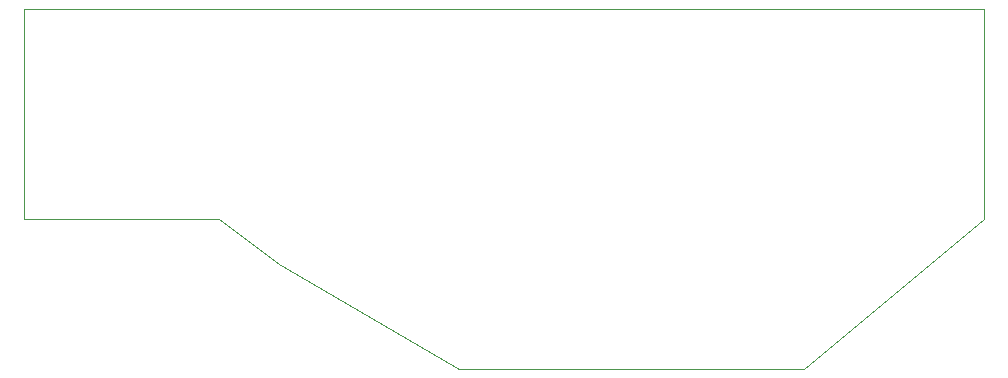
<source format=gbr>
%TF.GenerationSoftware,KiCad,Pcbnew,9.0.4-9.0.4-0~ubuntu22.04.1*%
%TF.CreationDate,2025-10-04T20:23:48+09:00*%
%TF.ProjectId,practice10.13,70726163-7469-4636-9531-302e31332e6b,rev?*%
%TF.SameCoordinates,Original*%
%TF.FileFunction,Profile,NP*%
%FSLAX46Y46*%
G04 Gerber Fmt 4.6, Leading zero omitted, Abs format (unit mm)*
G04 Created by KiCad (PCBNEW 9.0.4-9.0.4-0~ubuntu22.04.1) date 2025-10-04 20:23:48*
%MOMM*%
%LPD*%
G01*
G04 APERTURE LIST*
%TA.AperFunction,Profile*%
%ADD10C,0.050000*%
%TD*%
G04 APERTURE END LIST*
D10*
X189230000Y-59690000D02*
X173990000Y-72390000D01*
X144780000Y-72390000D01*
X129540000Y-63500000D01*
X124460000Y-59690000D01*
X107950000Y-59690000D01*
X107950000Y-41910000D01*
X189230000Y-41910000D01*
X189230000Y-59690000D01*
M02*

</source>
